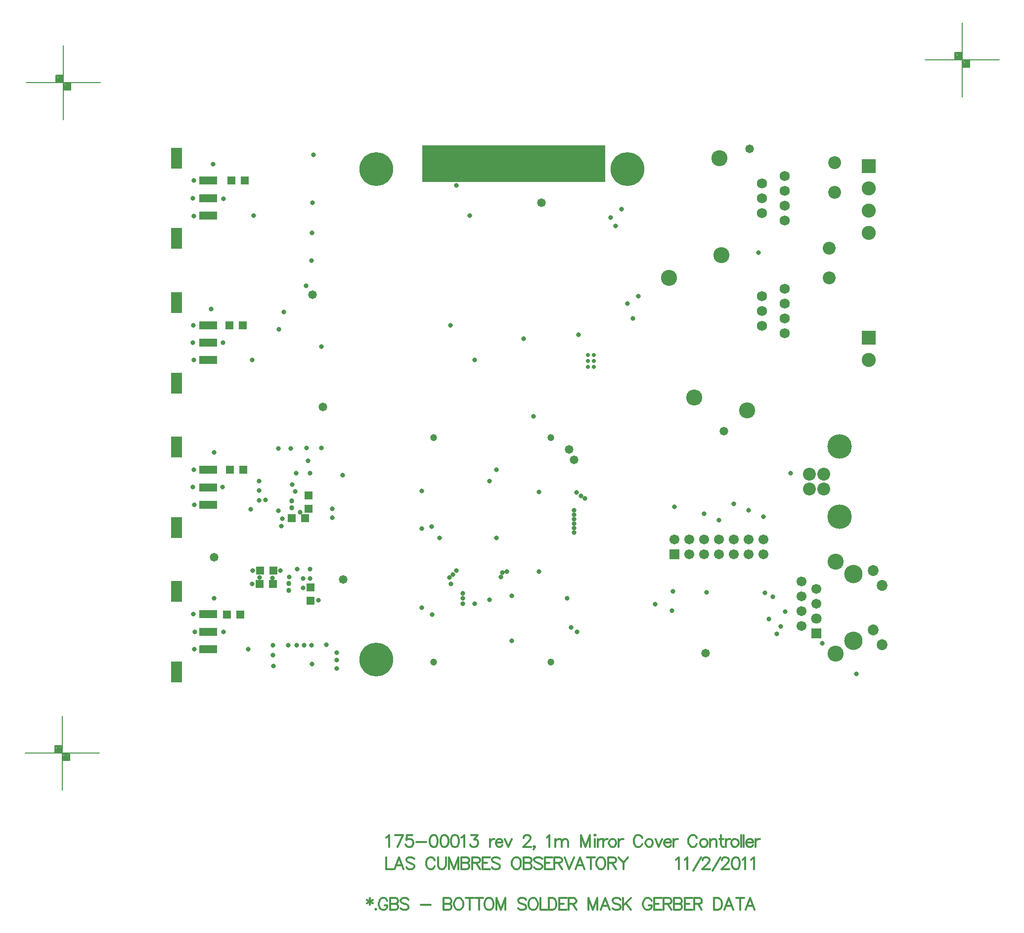
<source format=gbs>
%FSLAX23Y23*%
%MOIN*%
G70*
G01*
G75*
G04 Layer_Color=16711935*
%ADD10R,0.025X0.100*%
%ADD11R,0.057X0.012*%
%ADD12R,0.025X0.185*%
%ADD13R,0.085X0.138*%
%ADD14R,0.085X0.043*%
%ADD15R,0.085X0.043*%
%ADD16R,0.035X0.053*%
%ADD17R,0.053X0.053*%
%ADD18R,0.070X0.135*%
%ADD19R,0.036X0.036*%
%ADD20R,0.098X0.268*%
%ADD21R,0.078X0.048*%
%ADD22R,0.063X0.075*%
%ADD23R,0.050X0.050*%
%ADD24R,0.079X0.209*%
%ADD25R,0.094X0.130*%
%ADD26O,0.028X0.098*%
%ADD27R,0.087X0.059*%
%ADD28O,0.027X0.010*%
%ADD29R,0.065X0.094*%
%ADD30O,0.024X0.010*%
%ADD31R,0.135X0.070*%
%ADD32R,0.050X0.050*%
%ADD33R,0.115X0.050*%
%ADD34R,0.065X0.135*%
%ADD35C,0.050*%
%ADD36C,0.008*%
%ADD37C,0.005*%
%ADD38C,0.012*%
%ADD39C,0.010*%
%ADD40C,0.020*%
%ADD41C,0.100*%
%ADD42C,0.030*%
%ADD43C,0.025*%
%ADD44C,0.012*%
%ADD45C,0.012*%
%ADD46C,0.060*%
%ADD47C,0.039*%
%ADD48C,0.220*%
%ADD49C,0.020*%
%ADD50C,0.059*%
%ADD51R,0.059X0.059*%
%ADD52C,0.063*%
%ADD53C,0.116*%
%ADD54C,0.065*%
%ADD55C,0.100*%
%ADD56C,0.079*%
%ADD57R,0.059X0.059*%
%ADD58C,0.059*%
%ADD59C,0.087*%
%ADD60R,0.087X0.087*%
%ADD61C,0.157*%
%ADD62C,0.026*%
%ADD63C,0.024*%
%ADD64C,0.050*%
%ADD65C,0.040*%
%ADD66C,0.070*%
G04:AMPARAMS|DCode=67|XSize=90mil|YSize=90mil|CornerRadius=0mil|HoleSize=0mil|Usage=FLASHONLY|Rotation=0.000|XOffset=0mil|YOffset=0mil|HoleType=Round|Shape=Relief|Width=10mil|Gap=10mil|Entries=4|*
%AMTHD67*
7,0,0,0.090,0.070,0.010,45*
%
%ADD67THD67*%
%ADD68C,0.080*%
%ADD69C,0.206*%
%ADD70C,0.075*%
%ADD71C,0.168*%
%ADD72C,0.080*%
%ADD73C,0.103*%
%ADD74C,0.087*%
%ADD75C,0.075*%
%ADD76C,0.076*%
%ADD77C,0.131*%
%ADD78C,0.053*%
G04:AMPARAMS|DCode=79|XSize=110mil|YSize=110mil|CornerRadius=0mil|HoleSize=0mil|Usage=FLASHONLY|Rotation=0.000|XOffset=0mil|YOffset=0mil|HoleType=Round|Shape=Relief|Width=10mil|Gap=10mil|Entries=4|*
%AMTHD79*
7,0,0,0.110,0.090,0.010,45*
%
%ADD79THD79*%
G04:AMPARAMS|DCode=80|XSize=70mil|YSize=70mil|CornerRadius=0mil|HoleSize=0mil|Usage=FLASHONLY|Rotation=0.000|XOffset=0mil|YOffset=0mil|HoleType=Round|Shape=Relief|Width=10mil|Gap=10mil|Entries=4|*
%AMTHD80*
7,0,0,0.070,0.050,0.010,45*
%
%ADD80THD80*%
G04:AMPARAMS|DCode=81|XSize=120mil|YSize=120mil|CornerRadius=0mil|HoleSize=0mil|Usage=FLASHONLY|Rotation=0.000|XOffset=0mil|YOffset=0mil|HoleType=Round|Shape=Relief|Width=10mil|Gap=10mil|Entries=4|*
%AMTHD81*
7,0,0,0.120,0.100,0.010,45*
%
%ADD81THD81*%
%ADD82C,0.068*%
G04:AMPARAMS|DCode=83|XSize=100mil|YSize=100mil|CornerRadius=0mil|HoleSize=0mil|Usage=FLASHONLY|Rotation=0.000|XOffset=0mil|YOffset=0mil|HoleType=Round|Shape=Relief|Width=10mil|Gap=10mil|Entries=4|*
%AMTHD83*
7,0,0,0.100,0.080,0.010,45*
%
%ADD83THD83*%
G04:AMPARAMS|DCode=84|XSize=123mil|YSize=123mil|CornerRadius=0mil|HoleSize=0mil|Usage=FLASHONLY|Rotation=0.000|XOffset=0mil|YOffset=0mil|HoleType=Round|Shape=Relief|Width=10mil|Gap=10mil|Entries=4|*
%AMTHD84*
7,0,0,0.123,0.103,0.010,45*
%
%ADD84THD84*%
G04:AMPARAMS|DCode=85|XSize=95.433mil|YSize=95.433mil|CornerRadius=0mil|HoleSize=0mil|Usage=FLASHONLY|Rotation=0.000|XOffset=0mil|YOffset=0mil|HoleType=Round|Shape=Relief|Width=10mil|Gap=10mil|Entries=4|*
%AMTHD85*
7,0,0,0.095,0.075,0.010,45*
%
%ADD85THD85*%
G04:AMPARAMS|DCode=86|XSize=107.244mil|YSize=107.244mil|CornerRadius=0mil|HoleSize=0mil|Usage=FLASHONLY|Rotation=0.000|XOffset=0mil|YOffset=0mil|HoleType=Round|Shape=Relief|Width=10mil|Gap=10mil|Entries=4|*
%AMTHD86*
7,0,0,0.107,0.087,0.010,45*
%
%ADD86THD86*%
G04:AMPARAMS|DCode=87|XSize=96.221mil|YSize=96.221mil|CornerRadius=0mil|HoleSize=0mil|Usage=FLASHONLY|Rotation=0.000|XOffset=0mil|YOffset=0mil|HoleType=Round|Shape=Relief|Width=10mil|Gap=10mil|Entries=4|*
%AMTHD87*
7,0,0,0.096,0.076,0.010,45*
%
%ADD87THD87*%
G04:AMPARAMS|DCode=88|XSize=150.551mil|YSize=150.551mil|CornerRadius=0mil|HoleSize=0mil|Usage=FLASHONLY|Rotation=0.000|XOffset=0mil|YOffset=0mil|HoleType=Round|Shape=Relief|Width=10mil|Gap=10mil|Entries=4|*
%AMTHD88*
7,0,0,0.151,0.131,0.010,45*
%
%ADD88THD88*%
G04:AMPARAMS|DCode=89|XSize=72.992mil|YSize=72.992mil|CornerRadius=0mil|HoleSize=0mil|Usage=FLASHONLY|Rotation=0.000|XOffset=0mil|YOffset=0mil|HoleType=Round|Shape=Relief|Width=10mil|Gap=10mil|Entries=4|*
%AMTHD89*
7,0,0,0.073,0.053,0.010,45*
%
%ADD89THD89*%
%ADD90C,0.090*%
G04:AMPARAMS|DCode=91|XSize=88mil|YSize=88mil|CornerRadius=0mil|HoleSize=0mil|Usage=FLASHONLY|Rotation=0.000|XOffset=0mil|YOffset=0mil|HoleType=Round|Shape=Relief|Width=10mil|Gap=10mil|Entries=4|*
%AMTHD91*
7,0,0,0.088,0.068,0.010,45*
%
%ADD91THD91*%
%ADD92C,0.010*%
%ADD93C,0.010*%
%ADD94C,0.020*%
%ADD95C,0.008*%
%ADD96C,0.006*%
%ADD97C,0.007*%
%ADD98R,0.136X0.162*%
%ADD99R,0.033X0.108*%
%ADD100R,0.061X0.016*%
%ADD101R,0.033X0.193*%
%ADD102R,0.093X0.146*%
%ADD103R,0.093X0.051*%
%ADD104R,0.093X0.051*%
%ADD105R,0.043X0.061*%
%ADD106R,0.061X0.061*%
%ADD107R,0.078X0.143*%
%ADD108R,0.044X0.044*%
%ADD109R,0.106X0.276*%
%ADD110R,0.086X0.056*%
%ADD111R,0.071X0.083*%
%ADD112R,0.058X0.058*%
%ADD113R,0.087X0.217*%
%ADD114R,0.102X0.138*%
%ADD115O,0.036X0.106*%
%ADD116R,0.095X0.067*%
%ADD117O,0.035X0.018*%
%ADD118R,0.073X0.102*%
%ADD119O,0.032X0.018*%
%ADD120R,0.143X0.078*%
%ADD121R,0.058X0.058*%
%ADD122R,0.123X0.058*%
%ADD123R,0.073X0.143*%
%ADD124C,0.047*%
%ADD125C,0.228*%
%ADD126C,0.028*%
%ADD127C,0.067*%
%ADD128R,0.067X0.067*%
%ADD129C,0.071*%
%ADD130C,0.124*%
%ADD131C,0.073*%
%ADD132C,0.108*%
%ADD133C,0.087*%
%ADD134R,0.067X0.067*%
%ADD135C,0.067*%
%ADD136C,0.095*%
%ADD137R,0.095X0.095*%
%ADD138C,0.165*%
%ADD139C,0.032*%
%ADD140C,0.058*%
%ADD141R,1.232X0.245*%
%ADD142C,0.034*%
D36*
X11311Y14643D02*
X11321D01*
X11311Y14638D02*
Y14648D01*
Y14638D02*
X11321D01*
Y14648D01*
X11311D02*
X11321D01*
X11306Y14633D02*
Y14648D01*
Y14633D02*
X11326D01*
Y14653D01*
X11306D02*
X11326D01*
X11301Y14628D02*
Y14653D01*
Y14628D02*
X11331D01*
Y14658D01*
X11301D02*
X11331D01*
X11296Y14623D02*
Y14663D01*
Y14623D02*
X11336D01*
Y14663D01*
X11296D02*
X11336D01*
X11361Y14593D02*
X11371D01*
X11361Y14588D02*
Y14598D01*
Y14588D02*
X11371D01*
Y14598D01*
X11361D02*
X11371D01*
X11356Y14583D02*
Y14598D01*
Y14583D02*
X11376D01*
Y14603D01*
X11356D02*
X11376D01*
X11351Y14578D02*
Y14603D01*
Y14578D02*
X11381D01*
Y14608D01*
X11351D02*
X11381D01*
X11346Y14573D02*
Y14613D01*
Y14573D02*
X11386D01*
Y14613D01*
X11346D02*
X11386D01*
X11341Y14568D02*
X11391D01*
Y14618D01*
X11291Y14668D02*
X11341D01*
X11291Y14618D02*
Y14668D01*
X11341Y14368D02*
Y14868D01*
X11091Y14618D02*
X11591D01*
X11302Y10123D02*
X11312D01*
X11302Y10118D02*
Y10128D01*
Y10118D02*
X11312D01*
Y10128D01*
X11302D02*
X11312D01*
X11297Y10113D02*
Y10128D01*
Y10113D02*
X11317D01*
Y10133D01*
X11297D02*
X11317D01*
X11292Y10108D02*
Y10133D01*
Y10108D02*
X11322D01*
Y10138D01*
X11292D02*
X11322D01*
X11287Y10103D02*
Y10143D01*
Y10103D02*
X11327D01*
Y10143D01*
X11287D02*
X11327D01*
X11352Y10073D02*
X11362D01*
X11352Y10068D02*
Y10078D01*
Y10068D02*
X11362D01*
Y10078D01*
X11352D02*
X11362D01*
X11347Y10063D02*
Y10078D01*
Y10063D02*
X11367D01*
Y10083D01*
X11347D02*
X11367D01*
X11342Y10058D02*
Y10083D01*
Y10058D02*
X11372D01*
Y10088D01*
X11342D02*
X11372D01*
X11337Y10053D02*
Y10093D01*
Y10053D02*
X11377D01*
Y10093D01*
X11337D02*
X11377D01*
X11332Y10048D02*
X11382D01*
Y10098D01*
X11282Y10148D02*
X11332D01*
X11282Y10098D02*
Y10148D01*
X11332Y9848D02*
Y10348D01*
X11082Y10098D02*
X11582D01*
X17370Y14798D02*
X17380D01*
X17370Y14793D02*
Y14803D01*
Y14793D02*
X17380Y14793D01*
X17380Y14803D01*
X17370D02*
X17380D01*
X17365Y14788D02*
Y14803D01*
Y14788D02*
X17385D01*
Y14808D01*
X17365Y14808D02*
X17385Y14808D01*
X17360Y14783D02*
Y14808D01*
Y14783D02*
X17390D01*
Y14813D01*
X17360D02*
X17390D01*
X17355Y14778D02*
Y14818D01*
Y14778D02*
X17395D01*
Y14818D01*
X17355D02*
X17395D01*
X17420Y14748D02*
X17430D01*
X17420Y14743D02*
X17420Y14753D01*
X17420Y14743D02*
X17430D01*
Y14753D01*
X17420Y14753D02*
X17430Y14753D01*
X17415Y14738D02*
Y14753D01*
Y14738D02*
X17435Y14738D01*
X17435Y14758D02*
X17435Y14738D01*
X17415Y14758D02*
X17435D01*
X17410Y14733D02*
Y14758D01*
Y14733D02*
X17440D01*
Y14763D01*
X17410D02*
X17440D01*
X17405Y14728D02*
Y14768D01*
Y14728D02*
X17445D01*
Y14768D01*
X17405D02*
X17445D01*
X17400Y14723D02*
X17450Y14723D01*
X17450Y14773D02*
X17450Y14723D01*
X17350Y14823D02*
X17400Y14823D01*
X17350Y14823D02*
X17350Y14773D01*
X17400Y14523D02*
Y15023D01*
X17150Y14773D02*
X17650D01*
D38*
X13518Y9531D02*
X13526Y9535D01*
X13537Y9546D01*
Y9466D01*
X13630Y9546D02*
X13592Y9466D01*
X13577Y9546D02*
X13630D01*
X13694D02*
X13656D01*
X13652Y9512D01*
X13656Y9516D01*
X13667Y9520D01*
X13679D01*
X13690Y9516D01*
X13698Y9508D01*
X13701Y9497D01*
Y9489D01*
X13698Y9478D01*
X13690Y9470D01*
X13679Y9466D01*
X13667D01*
X13656Y9470D01*
X13652Y9474D01*
X13648Y9482D01*
X13719Y9501D02*
X13788D01*
X13834Y9546D02*
X13823Y9543D01*
X13815Y9531D01*
X13811Y9512D01*
Y9501D01*
X13815Y9482D01*
X13823Y9470D01*
X13834Y9466D01*
X13842D01*
X13853Y9470D01*
X13861Y9482D01*
X13865Y9501D01*
Y9512D01*
X13861Y9531D01*
X13853Y9543D01*
X13842Y9546D01*
X13834D01*
X13906D02*
X13894Y9543D01*
X13886Y9531D01*
X13883Y9512D01*
Y9501D01*
X13886Y9482D01*
X13894Y9470D01*
X13906Y9466D01*
X13913D01*
X13925Y9470D01*
X13932Y9482D01*
X13936Y9501D01*
Y9512D01*
X13932Y9531D01*
X13925Y9543D01*
X13913Y9546D01*
X13906D01*
X13977D02*
X13965Y9543D01*
X13958Y9531D01*
X13954Y9512D01*
Y9501D01*
X13958Y9482D01*
X13965Y9470D01*
X13977Y9466D01*
X13984D01*
X13996Y9470D01*
X14003Y9482D01*
X14007Y9501D01*
Y9512D01*
X14003Y9531D01*
X13996Y9543D01*
X13984Y9546D01*
X13977D01*
X14025Y9531D02*
X14033Y9535D01*
X14044Y9546D01*
Y9466D01*
X14091Y9546D02*
X14133D01*
X14110Y9516D01*
X14122D01*
X14129Y9512D01*
X14133Y9508D01*
X14137Y9497D01*
Y9489D01*
X14133Y9478D01*
X14126Y9470D01*
X14114Y9466D01*
X14103D01*
X14091Y9470D01*
X14088Y9474D01*
X14084Y9482D01*
X14218Y9520D02*
Y9466D01*
Y9497D02*
X14222Y9508D01*
X14229Y9516D01*
X14237Y9520D01*
X14248D01*
X14256Y9497D02*
X14301D01*
Y9504D01*
X14297Y9512D01*
X14294Y9516D01*
X14286Y9520D01*
X14275D01*
X14267Y9516D01*
X14259Y9508D01*
X14256Y9497D01*
Y9489D01*
X14259Y9478D01*
X14267Y9470D01*
X14275Y9466D01*
X14286D01*
X14294Y9470D01*
X14301Y9478D01*
X14318Y9520D02*
X14341Y9466D01*
X14364Y9520D02*
X14341Y9466D01*
X14444Y9527D02*
Y9531D01*
X14447Y9539D01*
X14451Y9543D01*
X14459Y9546D01*
X14474D01*
X14482Y9543D01*
X14486Y9539D01*
X14489Y9531D01*
Y9523D01*
X14486Y9516D01*
X14478Y9504D01*
X14440Y9466D01*
X14493D01*
X14519Y9470D02*
X14515Y9466D01*
X14511Y9470D01*
X14515Y9474D01*
X14519Y9470D01*
Y9463D01*
X14515Y9455D01*
X14511Y9451D01*
X14599Y9531D02*
X14607Y9535D01*
X14618Y9546D01*
Y9466D01*
X14658Y9520D02*
Y9466D01*
Y9504D02*
X14669Y9516D01*
X14677Y9520D01*
X14688D01*
X14696Y9516D01*
X14700Y9504D01*
Y9466D01*
Y9504D02*
X14711Y9516D01*
X14719Y9520D01*
X14730D01*
X14738Y9516D01*
X14742Y9504D01*
Y9466D01*
X14830Y9546D02*
Y9466D01*
Y9546D02*
X14860Y9466D01*
X14890Y9546D02*
X14860Y9466D01*
X14890Y9546D02*
Y9466D01*
X14921Y9546D02*
X14925Y9543D01*
X14929Y9546D01*
X14925Y9550D01*
X14921Y9546D01*
X14925Y9520D02*
Y9466D01*
X14943Y9520D02*
Y9466D01*
Y9497D02*
X14946Y9508D01*
X14954Y9516D01*
X14962Y9520D01*
X14973D01*
X14980D02*
Y9466D01*
Y9497D02*
X14984Y9508D01*
X14992Y9516D01*
X14999Y9520D01*
X15011D01*
X15037D02*
X15029Y9516D01*
X15022Y9508D01*
X15018Y9497D01*
Y9489D01*
X15022Y9478D01*
X15029Y9470D01*
X15037Y9466D01*
X15049D01*
X15056Y9470D01*
X15064Y9478D01*
X15068Y9489D01*
Y9497D01*
X15064Y9508D01*
X15056Y9516D01*
X15049Y9520D01*
X15037D01*
X15085D02*
Y9466D01*
Y9497D02*
X15089Y9508D01*
X15097Y9516D01*
X15104Y9520D01*
X15116D01*
X15243Y9527D02*
X15239Y9535D01*
X15231Y9543D01*
X15224Y9546D01*
X15208D01*
X15201Y9543D01*
X15193Y9535D01*
X15189Y9527D01*
X15186Y9516D01*
Y9497D01*
X15189Y9485D01*
X15193Y9478D01*
X15201Y9470D01*
X15208Y9466D01*
X15224D01*
X15231Y9470D01*
X15239Y9478D01*
X15243Y9485D01*
X15284Y9520D02*
X15277Y9516D01*
X15269Y9508D01*
X15265Y9497D01*
Y9489D01*
X15269Y9478D01*
X15277Y9470D01*
X15284Y9466D01*
X15296D01*
X15303Y9470D01*
X15311Y9478D01*
X15315Y9489D01*
Y9497D01*
X15311Y9508D01*
X15303Y9516D01*
X15296Y9520D01*
X15284D01*
X15332D02*
X15355Y9466D01*
X15378Y9520D02*
X15355Y9466D01*
X15391Y9497D02*
X15437D01*
Y9504D01*
X15433Y9512D01*
X15429Y9516D01*
X15421Y9520D01*
X15410D01*
X15402Y9516D01*
X15395Y9508D01*
X15391Y9497D01*
Y9489D01*
X15395Y9478D01*
X15402Y9470D01*
X15410Y9466D01*
X15421D01*
X15429Y9470D01*
X15437Y9478D01*
X15454Y9520D02*
Y9466D01*
Y9497D02*
X15458Y9508D01*
X15465Y9516D01*
X15473Y9520D01*
X15484D01*
X15611Y9527D02*
X15608Y9535D01*
X15600Y9543D01*
X15592Y9546D01*
X15577D01*
X15570Y9543D01*
X15562Y9535D01*
X15558Y9527D01*
X15554Y9516D01*
Y9497D01*
X15558Y9485D01*
X15562Y9478D01*
X15570Y9470D01*
X15577Y9466D01*
X15592D01*
X15600Y9470D01*
X15608Y9478D01*
X15611Y9485D01*
X15653Y9520D02*
X15645Y9516D01*
X15638Y9508D01*
X15634Y9497D01*
Y9489D01*
X15638Y9478D01*
X15645Y9470D01*
X15653Y9466D01*
X15664D01*
X15672Y9470D01*
X15680Y9478D01*
X15683Y9489D01*
Y9497D01*
X15680Y9508D01*
X15672Y9516D01*
X15664Y9520D01*
X15653D01*
X15701D02*
Y9466D01*
Y9504D02*
X15712Y9516D01*
X15720Y9520D01*
X15731D01*
X15739Y9516D01*
X15743Y9504D01*
Y9466D01*
X15775Y9546D02*
Y9482D01*
X15779Y9470D01*
X15787Y9466D01*
X15794D01*
X15764Y9520D02*
X15790D01*
X15806D02*
Y9466D01*
Y9497D02*
X15809Y9508D01*
X15817Y9516D01*
X15825Y9520D01*
X15836D01*
X15862D02*
X15855Y9516D01*
X15847Y9508D01*
X15843Y9497D01*
Y9489D01*
X15847Y9478D01*
X15855Y9470D01*
X15862Y9466D01*
X15874D01*
X15881Y9470D01*
X15889Y9478D01*
X15893Y9489D01*
Y9497D01*
X15889Y9508D01*
X15881Y9516D01*
X15874Y9520D01*
X15862D01*
X15910Y9546D02*
Y9466D01*
X15927Y9546D02*
Y9466D01*
X15944Y9497D02*
X15990D01*
Y9504D01*
X15986Y9512D01*
X15982Y9516D01*
X15974Y9520D01*
X15963D01*
X15955Y9516D01*
X15948Y9508D01*
X15944Y9497D01*
Y9489D01*
X15948Y9478D01*
X15955Y9470D01*
X15963Y9466D01*
X15974D01*
X15982Y9470D01*
X15990Y9478D01*
X16007Y9520D02*
Y9466D01*
Y9497D02*
X16011Y9508D01*
X16018Y9516D01*
X16026Y9520D01*
X16037D01*
D44*
X13407Y9122D02*
Y9076D01*
X13388Y9110D02*
X13426Y9087D01*
Y9110D02*
X13388Y9087D01*
X13447Y9049D02*
X13443Y9045D01*
X13447Y9042D01*
X13450Y9045D01*
X13447Y9049D01*
X13525Y9103D02*
X13521Y9110D01*
X13514Y9118D01*
X13506Y9122D01*
X13491D01*
X13483Y9118D01*
X13475Y9110D01*
X13472Y9103D01*
X13468Y9091D01*
Y9072D01*
X13472Y9061D01*
X13475Y9053D01*
X13483Y9045D01*
X13491Y9042D01*
X13506D01*
X13514Y9045D01*
X13521Y9053D01*
X13525Y9061D01*
Y9072D01*
X13506D02*
X13525D01*
X13543Y9122D02*
Y9042D01*
Y9122D02*
X13578D01*
X13589Y9118D01*
X13593Y9114D01*
X13597Y9106D01*
Y9099D01*
X13593Y9091D01*
X13589Y9087D01*
X13578Y9084D01*
X13543D02*
X13578D01*
X13589Y9080D01*
X13593Y9076D01*
X13597Y9068D01*
Y9057D01*
X13593Y9049D01*
X13589Y9045D01*
X13578Y9042D01*
X13543D01*
X13668Y9110D02*
X13660Y9118D01*
X13649Y9122D01*
X13634D01*
X13622Y9118D01*
X13615Y9110D01*
Y9103D01*
X13618Y9095D01*
X13622Y9091D01*
X13630Y9087D01*
X13653Y9080D01*
X13660Y9076D01*
X13664Y9072D01*
X13668Y9064D01*
Y9053D01*
X13660Y9045D01*
X13649Y9042D01*
X13634D01*
X13622Y9045D01*
X13615Y9053D01*
X13749Y9076D02*
X13817D01*
X13904Y9122D02*
Y9042D01*
Y9122D02*
X13938D01*
X13949Y9118D01*
X13953Y9114D01*
X13957Y9106D01*
Y9099D01*
X13953Y9091D01*
X13949Y9087D01*
X13938Y9084D01*
X13904D02*
X13938D01*
X13949Y9080D01*
X13953Y9076D01*
X13957Y9068D01*
Y9057D01*
X13953Y9049D01*
X13949Y9045D01*
X13938Y9042D01*
X13904D01*
X13998Y9122D02*
X13990Y9118D01*
X13982Y9110D01*
X13979Y9103D01*
X13975Y9091D01*
Y9072D01*
X13979Y9061D01*
X13982Y9053D01*
X13990Y9045D01*
X13998Y9042D01*
X14013D01*
X14021Y9045D01*
X14028Y9053D01*
X14032Y9061D01*
X14036Y9072D01*
Y9091D01*
X14032Y9103D01*
X14028Y9110D01*
X14021Y9118D01*
X14013Y9122D01*
X13998D01*
X14081D02*
Y9042D01*
X14054Y9122D02*
X14108D01*
X14144D02*
Y9042D01*
X14117Y9122D02*
X14171D01*
X14203D02*
X14195Y9118D01*
X14188Y9110D01*
X14184Y9103D01*
X14180Y9091D01*
Y9072D01*
X14184Y9061D01*
X14188Y9053D01*
X14195Y9045D01*
X14203Y9042D01*
X14218D01*
X14226Y9045D01*
X14233Y9053D01*
X14237Y9061D01*
X14241Y9072D01*
Y9091D01*
X14237Y9103D01*
X14233Y9110D01*
X14226Y9118D01*
X14218Y9122D01*
X14203D01*
X14260D02*
Y9042D01*
Y9122D02*
X14290Y9042D01*
X14321Y9122D02*
X14290Y9042D01*
X14321Y9122D02*
Y9042D01*
X14460Y9110D02*
X14452Y9118D01*
X14441Y9122D01*
X14425D01*
X14414Y9118D01*
X14406Y9110D01*
Y9103D01*
X14410Y9095D01*
X14414Y9091D01*
X14422Y9087D01*
X14444Y9080D01*
X14452Y9076D01*
X14456Y9072D01*
X14460Y9064D01*
Y9053D01*
X14452Y9045D01*
X14441Y9042D01*
X14425D01*
X14414Y9045D01*
X14406Y9053D01*
X14500Y9122D02*
X14493Y9118D01*
X14485Y9110D01*
X14481Y9103D01*
X14478Y9091D01*
Y9072D01*
X14481Y9061D01*
X14485Y9053D01*
X14493Y9045D01*
X14500Y9042D01*
X14516D01*
X14523Y9045D01*
X14531Y9053D01*
X14535Y9061D01*
X14539Y9072D01*
Y9091D01*
X14535Y9103D01*
X14531Y9110D01*
X14523Y9118D01*
X14516Y9122D01*
X14500D01*
X14557D02*
Y9042D01*
X14603D01*
X14612Y9122D02*
Y9042D01*
Y9122D02*
X14638D01*
X14650Y9118D01*
X14657Y9110D01*
X14661Y9103D01*
X14665Y9091D01*
Y9072D01*
X14661Y9061D01*
X14657Y9053D01*
X14650Y9045D01*
X14638Y9042D01*
X14612D01*
X14732Y9122D02*
X14683D01*
Y9042D01*
X14732D01*
X14683Y9084D02*
X14713D01*
X14746Y9122D02*
Y9042D01*
Y9122D02*
X14780D01*
X14791Y9118D01*
X14795Y9114D01*
X14799Y9106D01*
Y9099D01*
X14795Y9091D01*
X14791Y9087D01*
X14780Y9084D01*
X14746D01*
X14772D02*
X14799Y9042D01*
X14880Y9122D02*
Y9042D01*
Y9122D02*
X14910Y9042D01*
X14941Y9122D02*
X14910Y9042D01*
X14941Y9122D02*
Y9042D01*
X15025D02*
X14994Y9122D01*
X14964Y9042D01*
X14975Y9068D02*
X15013D01*
X15096Y9110D02*
X15089Y9118D01*
X15077Y9122D01*
X15062D01*
X15051Y9118D01*
X15043Y9110D01*
Y9103D01*
X15047Y9095D01*
X15051Y9091D01*
X15058Y9087D01*
X15081Y9080D01*
X15089Y9076D01*
X15093Y9072D01*
X15096Y9064D01*
Y9053D01*
X15089Y9045D01*
X15077Y9042D01*
X15062D01*
X15051Y9045D01*
X15043Y9053D01*
X15114Y9122D02*
Y9042D01*
X15168Y9122D02*
X15114Y9068D01*
X15133Y9087D02*
X15168Y9042D01*
X15306Y9103D02*
X15302Y9110D01*
X15294Y9118D01*
X15287Y9122D01*
X15271D01*
X15264Y9118D01*
X15256Y9110D01*
X15252Y9103D01*
X15248Y9091D01*
Y9072D01*
X15252Y9061D01*
X15256Y9053D01*
X15264Y9045D01*
X15271Y9042D01*
X15287D01*
X15294Y9045D01*
X15302Y9053D01*
X15306Y9061D01*
Y9072D01*
X15287D02*
X15306D01*
X15373Y9122D02*
X15324D01*
Y9042D01*
X15373D01*
X15324Y9084D02*
X15354D01*
X15387Y9122D02*
Y9042D01*
Y9122D02*
X15421D01*
X15432Y9118D01*
X15436Y9114D01*
X15440Y9106D01*
Y9099D01*
X15436Y9091D01*
X15432Y9087D01*
X15421Y9084D01*
X15387D01*
X15413D02*
X15440Y9042D01*
X15458Y9122D02*
Y9042D01*
Y9122D02*
X15492D01*
X15504Y9118D01*
X15507Y9114D01*
X15511Y9106D01*
Y9099D01*
X15507Y9091D01*
X15504Y9087D01*
X15492Y9084D01*
X15458D02*
X15492D01*
X15504Y9080D01*
X15507Y9076D01*
X15511Y9068D01*
Y9057D01*
X15507Y9049D01*
X15504Y9045D01*
X15492Y9042D01*
X15458D01*
X15579Y9122D02*
X15529D01*
Y9042D01*
X15579D01*
X15529Y9084D02*
X15560D01*
X15592Y9122D02*
Y9042D01*
Y9122D02*
X15626D01*
X15638Y9118D01*
X15642Y9114D01*
X15645Y9106D01*
Y9099D01*
X15642Y9091D01*
X15638Y9087D01*
X15626Y9084D01*
X15592D01*
X15619D02*
X15645Y9042D01*
X15726Y9122D02*
Y9042D01*
Y9122D02*
X15753D01*
X15764Y9118D01*
X15772Y9110D01*
X15776Y9103D01*
X15779Y9091D01*
Y9072D01*
X15776Y9061D01*
X15772Y9053D01*
X15764Y9045D01*
X15753Y9042D01*
X15726D01*
X15858D02*
X15828Y9122D01*
X15797Y9042D01*
X15809Y9068D02*
X15847D01*
X15904Y9122D02*
Y9042D01*
X15877Y9122D02*
X15930D01*
X16001Y9042D02*
X15970Y9122D01*
X15940Y9042D01*
X15951Y9068D02*
X15989D01*
D45*
X13518Y9396D02*
Y9316D01*
X13564D01*
X13634D02*
X13603Y9396D01*
X13573Y9316D01*
X13584Y9343D02*
X13622D01*
X13706Y9385D02*
X13698Y9393D01*
X13687Y9396D01*
X13671D01*
X13660Y9393D01*
X13652Y9385D01*
Y9377D01*
X13656Y9370D01*
X13660Y9366D01*
X13667Y9362D01*
X13690Y9354D01*
X13698Y9351D01*
X13702Y9347D01*
X13706Y9339D01*
Y9328D01*
X13698Y9320D01*
X13687Y9316D01*
X13671D01*
X13660Y9320D01*
X13652Y9328D01*
X13843Y9377D02*
X13840Y9385D01*
X13832Y9393D01*
X13824Y9396D01*
X13809D01*
X13802Y9393D01*
X13794Y9385D01*
X13790Y9377D01*
X13786Y9366D01*
Y9347D01*
X13790Y9335D01*
X13794Y9328D01*
X13802Y9320D01*
X13809Y9316D01*
X13824D01*
X13832Y9320D01*
X13840Y9328D01*
X13843Y9335D01*
X13866Y9396D02*
Y9339D01*
X13870Y9328D01*
X13877Y9320D01*
X13889Y9316D01*
X13896D01*
X13908Y9320D01*
X13915Y9328D01*
X13919Y9339D01*
Y9396D01*
X13941D02*
Y9316D01*
Y9396D02*
X13972Y9316D01*
X14002Y9396D02*
X13972Y9316D01*
X14002Y9396D02*
Y9316D01*
X14025Y9396D02*
Y9316D01*
Y9396D02*
X14059D01*
X14071Y9393D01*
X14075Y9389D01*
X14078Y9381D01*
Y9373D01*
X14075Y9366D01*
X14071Y9362D01*
X14059Y9358D01*
X14025D02*
X14059D01*
X14071Y9354D01*
X14075Y9351D01*
X14078Y9343D01*
Y9332D01*
X14075Y9324D01*
X14071Y9320D01*
X14059Y9316D01*
X14025D01*
X14096Y9396D02*
Y9316D01*
Y9396D02*
X14131D01*
X14142Y9393D01*
X14146Y9389D01*
X14150Y9381D01*
Y9373D01*
X14146Y9366D01*
X14142Y9362D01*
X14131Y9358D01*
X14096D01*
X14123D02*
X14150Y9316D01*
X14217Y9396D02*
X14168D01*
Y9316D01*
X14217D01*
X14168Y9358D02*
X14198D01*
X14284Y9385D02*
X14276Y9393D01*
X14265Y9396D01*
X14249D01*
X14238Y9393D01*
X14230Y9385D01*
Y9377D01*
X14234Y9370D01*
X14238Y9366D01*
X14246Y9362D01*
X14268Y9354D01*
X14276Y9351D01*
X14280Y9347D01*
X14284Y9339D01*
Y9328D01*
X14276Y9320D01*
X14265Y9316D01*
X14249D01*
X14238Y9320D01*
X14230Y9328D01*
X14387Y9396D02*
X14380Y9393D01*
X14372Y9385D01*
X14368Y9377D01*
X14364Y9366D01*
Y9347D01*
X14368Y9335D01*
X14372Y9328D01*
X14380Y9320D01*
X14387Y9316D01*
X14403D01*
X14410Y9320D01*
X14418Y9328D01*
X14422Y9335D01*
X14425Y9347D01*
Y9366D01*
X14422Y9377D01*
X14418Y9385D01*
X14410Y9393D01*
X14403Y9396D01*
X14387D01*
X14444D02*
Y9316D01*
Y9396D02*
X14478D01*
X14490Y9393D01*
X14494Y9389D01*
X14497Y9381D01*
Y9373D01*
X14494Y9366D01*
X14490Y9362D01*
X14478Y9358D01*
X14444D02*
X14478D01*
X14490Y9354D01*
X14494Y9351D01*
X14497Y9343D01*
Y9332D01*
X14494Y9324D01*
X14490Y9320D01*
X14478Y9316D01*
X14444D01*
X14569Y9385D02*
X14561Y9393D01*
X14550Y9396D01*
X14534D01*
X14523Y9393D01*
X14515Y9385D01*
Y9377D01*
X14519Y9370D01*
X14523Y9366D01*
X14531Y9362D01*
X14553Y9354D01*
X14561Y9351D01*
X14565Y9347D01*
X14569Y9339D01*
Y9328D01*
X14561Y9320D01*
X14550Y9316D01*
X14534D01*
X14523Y9320D01*
X14515Y9328D01*
X14636Y9396D02*
X14587D01*
Y9316D01*
X14636D01*
X14587Y9358D02*
X14617D01*
X14649Y9396D02*
Y9316D01*
Y9396D02*
X14684D01*
X14695Y9393D01*
X14699Y9389D01*
X14703Y9381D01*
Y9373D01*
X14699Y9366D01*
X14695Y9362D01*
X14684Y9358D01*
X14649D01*
X14676D02*
X14703Y9316D01*
X14721Y9396D02*
X14751Y9316D01*
X14782Y9396D02*
X14751Y9316D01*
X14853D02*
X14822Y9396D01*
X14792Y9316D01*
X14803Y9343D02*
X14841D01*
X14898Y9396D02*
Y9316D01*
X14871Y9396D02*
X14925D01*
X14957D02*
X14949Y9393D01*
X14942Y9385D01*
X14938Y9377D01*
X14934Y9366D01*
Y9347D01*
X14938Y9335D01*
X14942Y9328D01*
X14949Y9320D01*
X14957Y9316D01*
X14972D01*
X14980Y9320D01*
X14988Y9328D01*
X14991Y9335D01*
X14995Y9347D01*
Y9366D01*
X14991Y9377D01*
X14988Y9385D01*
X14980Y9393D01*
X14972Y9396D01*
X14957D01*
X15014D02*
Y9316D01*
Y9396D02*
X15048D01*
X15060Y9393D01*
X15063Y9389D01*
X15067Y9381D01*
Y9373D01*
X15063Y9366D01*
X15060Y9362D01*
X15048Y9358D01*
X15014D01*
X15041D02*
X15067Y9316D01*
X15085Y9396D02*
X15116Y9358D01*
Y9316D01*
X15146Y9396D02*
X15116Y9358D01*
X15471Y9381D02*
X15478Y9385D01*
X15490Y9396D01*
Y9316D01*
X15529Y9381D02*
X15537Y9385D01*
X15548Y9396D01*
Y9316D01*
X15588Y9305D02*
X15641Y9396D01*
X15650Y9377D02*
Y9381D01*
X15654Y9389D01*
X15658Y9393D01*
X15666Y9396D01*
X15681D01*
X15688Y9393D01*
X15692Y9389D01*
X15696Y9381D01*
Y9373D01*
X15692Y9366D01*
X15685Y9354D01*
X15646Y9316D01*
X15700D01*
X15718Y9305D02*
X15771Y9396D01*
X15780Y9377D02*
Y9381D01*
X15784Y9389D01*
X15788Y9393D01*
X15795Y9396D01*
X15811D01*
X15818Y9393D01*
X15822Y9389D01*
X15826Y9381D01*
Y9373D01*
X15822Y9366D01*
X15814Y9354D01*
X15776Y9316D01*
X15830D01*
X15870Y9396D02*
X15859Y9393D01*
X15851Y9381D01*
X15848Y9362D01*
Y9351D01*
X15851Y9332D01*
X15859Y9320D01*
X15870Y9316D01*
X15878D01*
X15889Y9320D01*
X15897Y9332D01*
X15901Y9351D01*
Y9362D01*
X15897Y9381D01*
X15889Y9393D01*
X15878Y9396D01*
X15870D01*
X15919Y9381D02*
X15926Y9385D01*
X15938Y9396D01*
Y9316D01*
X15977Y9381D02*
X15985Y9385D01*
X15996Y9396D01*
Y9316D01*
D82*
X16202Y13690D02*
D03*
X16049Y13740D02*
D03*
X16202Y13790D02*
D03*
X16049Y13840D02*
D03*
X16202Y13890D02*
D03*
X16049Y13940D02*
D03*
X16202Y13990D02*
D03*
Y12930D02*
D03*
X16049Y12980D02*
D03*
X16202Y13030D02*
D03*
X16049Y13080D02*
D03*
X16202Y13130D02*
D03*
X16049Y13180D02*
D03*
X16202Y13230D02*
D03*
D112*
X12445Y11034D02*
D03*
X12535D02*
D03*
X12465Y12009D02*
D03*
X12555D02*
D03*
X12461Y12983D02*
D03*
X12551D02*
D03*
X12475Y13959D02*
D03*
X12565D02*
D03*
X12970Y11682D02*
D03*
X12880D02*
D03*
X12662Y11240D02*
D03*
X12752D02*
D03*
X12757Y11328D02*
D03*
X12667D02*
D03*
D121*
X12995Y11837D02*
D03*
Y11747D02*
D03*
X13007Y11125D02*
D03*
Y11215D02*
D03*
D122*
X12318Y11035D02*
D03*
Y10917D02*
D03*
Y10799D02*
D03*
Y13958D02*
D03*
Y13840D02*
D03*
Y13722D02*
D03*
Y12984D02*
D03*
Y12866D02*
D03*
Y12748D02*
D03*
Y12009D02*
D03*
Y11891D02*
D03*
Y11773D02*
D03*
D123*
X12102Y11188D02*
D03*
Y10646D02*
D03*
Y14111D02*
D03*
Y13569D02*
D03*
Y13137D02*
D03*
Y12594D02*
D03*
Y12162D02*
D03*
Y11620D02*
D03*
D124*
X14627Y12227D02*
D03*
Y10712D02*
D03*
X13837Y12227D02*
D03*
Y10712D02*
D03*
D125*
X15142Y14037D02*
D03*
X13449D02*
D03*
Y10730D02*
D03*
D126*
X14918Y12783D02*
D03*
Y12743D02*
D03*
Y12704D02*
D03*
X14878D02*
D03*
Y12743D02*
D03*
Y12783D02*
D03*
D127*
X16318Y11255D02*
D03*
Y10955D02*
D03*
X16418Y11205D02*
D03*
X16318Y11155D02*
D03*
Y11055D02*
D03*
X16418Y11105D02*
D03*
D128*
Y10905D02*
D03*
D129*
Y11005D02*
D03*
D130*
X16668Y10855D02*
D03*
Y11305D02*
D03*
D131*
X16861Y10831D02*
D03*
X16801Y10931D02*
D03*
X16861Y11229D02*
D03*
X16801Y11329D02*
D03*
D132*
X16548Y10770D02*
D03*
Y11390D02*
D03*
X15949Y12408D02*
D03*
X15594Y12496D02*
D03*
X15777Y13457D02*
D03*
X15423Y13303D02*
D03*
X15765Y14108D02*
D03*
D133*
X16502Y13503D02*
D03*
Y13303D02*
D03*
X16369Y11979D02*
D03*
Y11880D02*
D03*
X16467D02*
D03*
Y11979D02*
D03*
X16539Y13878D02*
D03*
Y14078D02*
D03*
D134*
X15460Y11441D02*
D03*
D135*
Y11541D02*
D03*
X15560Y11441D02*
D03*
Y11541D02*
D03*
X15660Y11441D02*
D03*
Y11541D02*
D03*
X15760Y11441D02*
D03*
Y11541D02*
D03*
X15860Y11441D02*
D03*
Y11541D02*
D03*
X15960Y11441D02*
D03*
Y11541D02*
D03*
X16060Y11441D02*
D03*
Y11541D02*
D03*
D136*
X16769Y13605D02*
D03*
Y13755D02*
D03*
Y13905D02*
D03*
Y12749D02*
D03*
D137*
Y14055D02*
D03*
Y12899D02*
D03*
D138*
X16574Y11693D02*
D03*
Y12167D02*
D03*
D139*
X14034Y11176D02*
D03*
X14034Y11105D02*
D03*
X14034Y11142D02*
D03*
X13990Y11328D02*
D03*
X13966Y11304D02*
D03*
X14299Y11315D02*
D03*
X16059Y11692D02*
D03*
X15959Y11736D02*
D03*
X15860Y11780D02*
D03*
X15760Y11670D02*
D03*
X15660Y11714D02*
D03*
X15460Y11758D02*
D03*
X14783Y11736D02*
D03*
Y11706D02*
D03*
Y11586D02*
D03*
Y11616D02*
D03*
Y11646D02*
D03*
Y11676D02*
D03*
X14112Y12750D02*
D03*
Y11105D02*
D03*
X14215Y11934D02*
D03*
Y11134D02*
D03*
X14362Y10856D02*
D03*
Y11160D02*
D03*
X14445Y12893D02*
D03*
X14812Y12920D02*
D03*
X12625Y13722D02*
D03*
X12615Y12750D02*
D03*
X12602Y11744D02*
D03*
X12587Y10799D02*
D03*
X13757Y11866D02*
D03*
X13756Y11614D02*
D03*
X13757Y11079D02*
D03*
X14546Y11324D02*
D03*
Y11861D02*
D03*
X14510Y12368D02*
D03*
X15678Y11183D02*
D03*
X12827Y13073D02*
D03*
X13080Y12840D02*
D03*
X12794Y12957D02*
D03*
X16245Y11985D02*
D03*
X14858Y11815D02*
D03*
X14830Y11834D02*
D03*
X14800Y11855D02*
D03*
X16151Y10904D02*
D03*
X16178Y10953D02*
D03*
X16097Y11004D02*
D03*
X16207Y11054D02*
D03*
X16125Y11154D02*
D03*
X16071Y11178D02*
D03*
X14289Y11285D02*
D03*
X14329Y11324D02*
D03*
X13944Y11282D02*
D03*
X12421Y13836D02*
D03*
X12416Y12867D02*
D03*
X12414Y11893D02*
D03*
X12219Y12748D02*
D03*
X12351Y14069D02*
D03*
X12219Y13721D02*
D03*
Y13959D02*
D03*
X12214Y13839D02*
D03*
X12338Y13094D02*
D03*
X12217Y12984D02*
D03*
X12212Y12865D02*
D03*
X12356Y12127D02*
D03*
X12223Y11772D02*
D03*
X12220Y12009D02*
D03*
X12214Y11892D02*
D03*
X12357Y11143D02*
D03*
X12216Y11035D02*
D03*
X12228Y10917D02*
D03*
X12225Y10799D02*
D03*
X12421Y10917D02*
D03*
X12663Y11283D02*
D03*
X13017Y10700D02*
D03*
X12957Y11275D02*
D03*
X13060Y11128D02*
D03*
X13112Y10830D02*
D03*
X13182Y10725D02*
D03*
Y10670D02*
D03*
X12862Y11285D02*
D03*
X12956Y11212D02*
D03*
X12962Y10825D02*
D03*
X12857D02*
D03*
X13182Y10775D02*
D03*
X12804Y11329D02*
D03*
X12618Y11330D02*
D03*
X13002Y11275D02*
D03*
X13012Y10825D02*
D03*
X12912D02*
D03*
X12750Y11279D02*
D03*
X12752Y10825D02*
D03*
X13002Y11340D02*
D03*
X12917D02*
D03*
X12752Y10760D02*
D03*
X12757Y10685D02*
D03*
X12614Y11240D02*
D03*
X12936Y11724D02*
D03*
X12789Y11734D02*
D03*
X12905Y11864D02*
D03*
X12660Y11933D02*
D03*
X12661Y11804D02*
D03*
X12705Y11806D02*
D03*
X12659Y11869D02*
D03*
X12791Y12152D02*
D03*
X12873Y12153D02*
D03*
X12981Y12155D02*
D03*
X12989Y12069D02*
D03*
X12885Y11911D02*
D03*
X12811Y11629D02*
D03*
X13152Y11747D02*
D03*
X13155Y11687D02*
D03*
X13080Y12156D02*
D03*
X13005Y11986D02*
D03*
X12911Y11985D02*
D03*
X12817Y11680D02*
D03*
X14079Y13723D02*
D03*
X13950Y12983D02*
D03*
X13990Y13927D02*
D03*
X13827Y11033D02*
D03*
X13878Y11551D02*
D03*
X14260D02*
D03*
Y12010D02*
D03*
X13953Y11241D02*
D03*
X13822Y11625D02*
D03*
X15450Y11190D02*
D03*
X15443Y11058D02*
D03*
X15329Y11104D02*
D03*
X14738Y11144D02*
D03*
X15181Y13029D02*
D03*
X15143Y13128D02*
D03*
X15218Y13180D02*
D03*
X15065Y13652D02*
D03*
X15029Y13710D02*
D03*
X15102Y13766D02*
D03*
X16028Y13472D02*
D03*
X16457Y10840D02*
D03*
X14764Y10946D02*
D03*
X16688Y10634D02*
D03*
X14805Y10917D02*
D03*
X13021Y13808D02*
D03*
X13027Y14132D02*
D03*
X13018Y13605D02*
D03*
X13014Y13421D02*
D03*
X12978Y13249D02*
D03*
X13224Y11974D02*
D03*
D140*
X15967Y14172D02*
D03*
X14750Y12147D02*
D03*
X14785Y12076D02*
D03*
X13021Y13190D02*
D03*
X14565Y13808D02*
D03*
X15793Y12269D02*
D03*
X15671Y10772D02*
D03*
X12357Y11420D02*
D03*
X13090Y12433D02*
D03*
X13226Y11271D02*
D03*
D141*
X14377Y14073D02*
D03*
D142*
X12880Y11800D02*
D03*
Y11753D02*
D03*
X12859Y11244D02*
D03*
Y11197D02*
D03*
M02*

</source>
